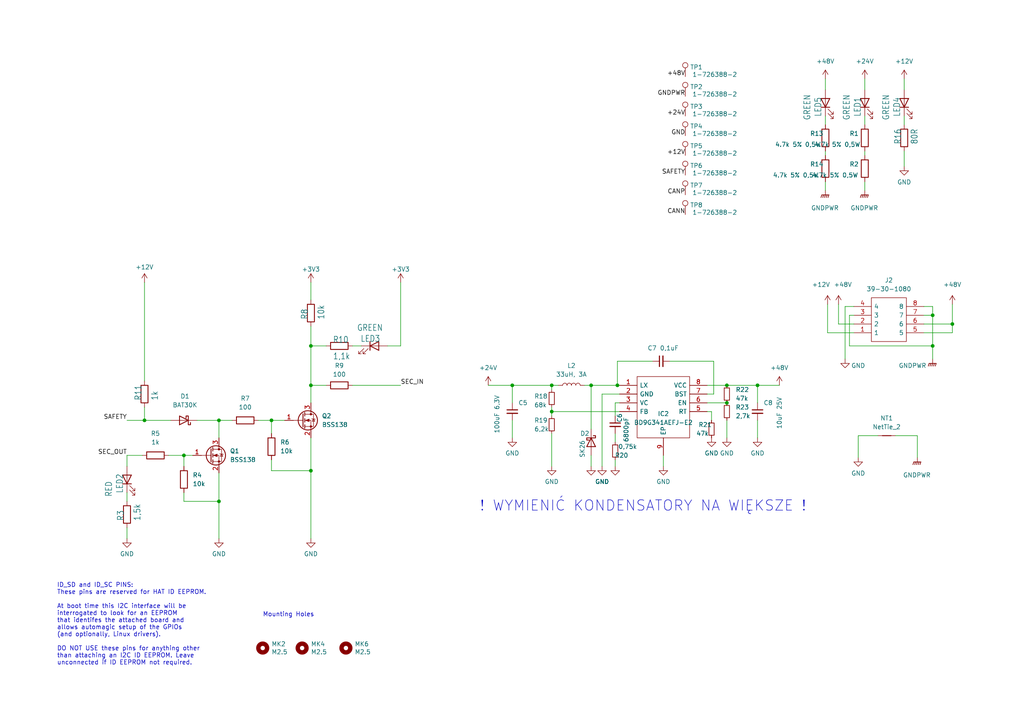
<source format=kicad_sch>
(kicad_sch (version 20211123) (generator eeschema)
  (paper "A4")
  (title_block (date "15 nov 2012"))
  (lib_symbols
    (symbol "39-30-1080:39-30-1080" (pin_names (offset 0.762))
      (property "Reference" "J" (at 16.51 7.62 0))
      (property "Value" "39-30-1080" (at 16.51 5.08 0))
      (symbol "39-30-1080_0_0"
        (pin passive line (at 0 -7.62 0) (length 5.08) (name "1") (number "1"))
        (pin passive line (at 0 -5.08 0) (length 5.08) (name "2") (number "2"))
        (pin passive line (at 0 -2.54 0) (length 5.08) (name "3") (number "3"))
        (pin passive line (at 0 0 0) (length 5.08) (name "4") (number "4"))
        (pin passive line (at 20.32 -7.62 180) (length 5.08) (name "5") (number "5"))
        (pin passive line (at 20.32 -5.08 180) (length 5.08) (name "6") (number "6"))
        (pin passive line (at 20.32 -2.54 180) (length 5.08) (name "7") (number "7"))
        (pin passive line (at 20.32 0 180) (length 5.08) (name "8") (number "8"))
      )
    )
    (symbol "BD9G341AEFJ-E2:BD9G341AEFJ-E2" (pin_names (offset 0.762))
      (property "Reference" "IC" (at 21.59 7.62 0))
      (property "Value" "BD9G341AEFJ-E2" (at 21.59 5.08 0))
      (symbol "BD9G341AEFJ-E2_0_0"
        (pin passive line (at 0 0 0) (length 5.08) (name "LX") (number "1"))
        (pin passive line (at 0 -2.54 0) (length 5.08) (name "GND") (number "2"))
        (pin passive line (at 0 -5.08 0) (length 5.08) (name "VC") (number "3"))
        (pin passive line (at 0 -7.62 0) (length 5.08) (name "FB") (number "4"))
        (pin passive line (at 25.4 -7.62 180) (length 5.08) (name "RT") (number "5"))
        (pin passive line (at 25.4 -5.08 180) (length 5.08) (name "EN") (number "6"))
        (pin passive line (at 25.4 -2.54 180) (length 5.08) (name "BST") (number "7"))
        (pin passive line (at 25.4 0 180) (length 5.08) (name "VCC") (number "8"))
        (pin passive line (at 12.7 -20.32 90) (length 5.08) (name "EP") (number "9"))
      )
    )
    (symbol "Connector:DB9_Male_MountingHoles" (pin_names (offset 1.016) hide)
      (property "Reference" "J" (at 0 16.51 0))
      (property "Value" "DB9_Male_MountingHoles" (at 0 14.605 0))
      (symbol "DB9_Male_MountingHoles_1_1"
        (pin passive line (at 0 -15.24 90) (length 3.81) (name "PAD") (number "0"))
        (pin passive line (at -7.62 -10.16 0) (length 3.81) (name "1") (number "1"))
        (pin passive line (at -7.62 -5.08 0) (length 3.81) (name "2") (number "2"))
        (pin passive line (at -7.62 0 0) (length 3.81) (name "3") (number "3"))
        (pin passive line (at -7.62 5.08 0) (length 3.81) (name "4") (number "4"))
        (pin passive line (at -7.62 10.16 0) (length 3.81) (name "5") (number "5"))
        (pin passive line (at -7.62 -7.62 0) (length 3.81) (name "6") (number "6"))
        (pin passive line (at -7.62 -2.54 0) (length 3.81) (name "7") (number "7"))
        (pin passive line (at -7.62 2.54 0) (length 3.81) (name "8") (number "8"))
        (pin passive line (at -7.62 7.62 0) (length 3.81) (name "9") (number "9"))
      )
    )
    (symbol "Connector:TestPoint" (pin_numbers hide) (pin_names (offset 0.762) hide)
      (property "Reference" "TP" (at 0 6.858 0))
      (property "Value" "TestPoint" (at 0 5.08 0))
      (symbol "TestPoint_1_1"
        (pin passive line (at 0 0 90) (length 2.54) (name "1") (number "1"))
      )
    )
    (symbol "Connector_Generic:Conn_02x08_Odd_Even" (pin_names (offset 1.016) hide)
      (property "Reference" "J" (at 1.27 10.16 0))
      (property "Value" "Conn_02x08_Odd_Even" (at 1.27 -12.7 0))
      (symbol "Conn_02x08_Odd_Even_1_1"
        (pin passive line (at -5.08 7.62 0) (length 3.81) (name "Pin_1") (number "1"))
        (pin passive line (at 7.62 -2.54 180) (length 3.81) (name "Pin_10") (number "10"))
        (pin passive line (at -5.08 -5.08 0) (length 3.81) (name "Pin_11") (number "11"))
        (pin passive line (at 7.62 -5.08 180) (length 3.81) (name "Pin_12") (number "12"))
        (pin passive line (at -5.08 -7.62 0) (length 3.81) (name "Pin_13") (number "13"))
        (pin passive line (at 7.62 -7.62 180) (length 3.81) (name "Pin_14") (number "14"))
        (pin passive line (at -5.08 -10.16 0) (length 3.81) (name "Pin_15") (number "15"))
        (pin passive line (at 7.62 -10.16 180) (length 3.81) (name "Pin_16") (number "16"))
        (pin passive line (at 7.62 7.62 180) (length 3.81) (name "Pin_2") (number "2"))
        (pin passive line (at -5.08 5.08 0) (length 3.81) (name "Pin_3") (number "3"))
        (pin passive line (at 7.62 5.08 180) (length 3.81) (name "Pin_4") (number "4"))
        (pin passive line (at -5.08 2.54 0) (length 3.81) (name "Pin_5") (number "5"))
        (pin passive line (at 7.62 2.54 180) (length 3.81) (name "Pin_6") (number "6"))
        (pin passive line (at -5.08 0 0) (length 3.81) (name "Pin_7") (number "7"))
        (pin passive line (at 7.62 0 180) (length 3.81) (name "Pin_8") (number "8"))
        (pin passive line (at -5.08 -2.54 0) (length 3.81) (name "Pin_9") (number "9"))
      )
    )
    (symbol "Connector_Generic:Conn_02x15_Odd_Even" (pin_names (offset 1.016) hide)
      (property "Reference" "J" (at 1.27 20.32 0))
      (property "Value" "Conn_02x15_Odd_Even" (at 1.27 -20.32 0))
      (symbol "Conn_02x15_Odd_Even_1_1"
        (pin passive line (at -5.08 17.78 0) (length 3.81) (name "Pin_1") (number "1"))
        (pin passive line (at 7.62 7.62 180) (length 3.81) (name "Pin_10") (number "10"))
        (pin passive line (at -5.08 5.08 0) (length 3.81) (name "Pin_11") (number "11"))
        (pin passive line (at 7.62 5.08 180) (length 3.81) (name "Pin_12") (number "12"))
        (pin passive line (at -5.08 2.54 0) (length 3.81) (name "Pin_13") (number "13"))
        (pin passive line (at 7.62 2.54 180) (length 3.81) (name "Pin_14") (number "14"))
        (pin passive line (at -5.08 0 0) (length 3.81) (name "Pin_15") (number "15"))
        (pin passive line (at 7.62 0 180) (length 3.81) (name "Pin_16") (number "16"))
        (pin passive line (at -5.08 -2.54 0) (length 3.81) (name "Pin_17") (number "17"))
        (pin passive line (at 7.62 -2.54 180) (length 3.81) (name "Pin_18") (number "18"))
        (pin passive line (at -5.08 -5.08 0) (length 3.81) (name "Pin_19") (number "19"))
        (pin passive line (at 7.62 17.78 180) (length 3.81) (name "Pin_2") (number "2"))
        (pin passive line (at 7.62 -5.08 180) (length 3.81) (name "Pin_20") (number "20"))
        (pin passive line (at -5.08 -7.62 0) (length 3.81) (name "Pin_21") (number "21"))
        (pin passive line (at 7.62 -7.62 180) (length 3.81) (name "Pin_22") (number "22"))
        (pin passive line (at -5.08 -10.16 0) (length 3.81) (name "Pin_23") (number "23"))
        (pin passive line (at 7.62 -10.16 180) (length 3.81) (name "Pin_24") (number "24"))
        (pin passive line (at -5.08 -12.7 0) (length 3.81) (name "Pin_25") (number "25"))
        (pin passive line (at 7.62 -12.7 180) (length 3.81) (name "Pin_26") (number "26"))
        (pin passive line (at -5.08 -15.24 0) (length 3.81) (name "Pin_27") (number "27"))
        (pin passive line (at 7.62 -15.24 180) (length 3.81) (name "Pin_28") (number "28"))
        (pin passive line (at -5.08 -17.78 0) (length 3.81) (name "Pin_29") (number "29"))
        (pin passive line (at -5.08 15.24 0) (length 3.81) (name "Pin_3") (number "3"))
        (pin passive line (at 7.62 -17.78 180) (length 3.81) (name "Pin_30") (number "30"))
        (pin passive line (at 7.62 15.24 180) (length 3.81) (name "Pin_4") (number "4"))
        (pin passive line (at -5.08 12.7 0) (length 3.81) (name "Pin_5") (number "5"))
        (pin passive line (at 7.62 12.7 180) (length 3.81) (name "Pin_6") (number "6"))
        (pin passive line (at -5.08 10.16 0) (length 3.81) (name "Pin_7") (number "7"))
        (pin passive line (at 7.62 10.16 180) (length 3.81) (name "Pin_8") (number "8"))
        (pin passive line (at -5.08 7.62 0) (length 3.81) (name "Pin_9") (number "9"))
      )
    )
    (symbol "Device:C" (pin_numbers hide) (pin_names (offset 0.254))
      (property "Reference" "C" (at 0.635 2.54 0))
      (property "Value" "C" (at 0.635 -2.54 0))
      (symbol "C_1_1"
        (pin passive line (at 0 3.81 270) (length 2.794) (name "~") (number "1"))
        (pin passive line (at 0 -3.81 90) (length 2.794) (name "~") (number "2"))
      )
    )
    (symbol "Device:C_Small" (pin_numbers hide) (pin_names (offset 0.254) hide)
      (property "Reference" "C" (at 0.254 1.778 0))
      (property "Value" "C_Small" (at 0.254 -2.032 0))
      (symbol "C_Small_1_1"
        (pin passive line (at 0 2.54 270) (length 2.032) (name "~") (number "1"))
        (pin passive line (at 0 -2.54 90) (length 2.032) (name "~") (number "2"))
      )
    )
    (symbol "Device:D_Schottky" (pin_numbers hide) (pin_names (offset 1.016) hide)
      (property "Reference" "D" (at 0 2.54 0))
      (property "Value" "D_Schottky" (at 0 -2.54 0))
      (symbol "D_Schottky_1_1"
        (pin passive line (at -3.81 0 0) (length 2.54) (name "K") (number "1"))
        (pin passive line (at 3.81 0 180) (length 2.54) (name "A") (number "2"))
      )
    )
    (symbol "Device:L" (pin_numbers hide) (pin_names (offset 1.016) hide)
      (property "Reference" "L" (at -1.27 0 90))
      (property "Value" "L" (at 1.905 0 90))
      (symbol "L_1_1"
        (pin passive line (at 0 3.81 270) (length 1.27) (name "1") (number "1"))
        (pin passive line (at 0 -3.81 90) (length 1.27) (name "2") (number "2"))
      )
    )
    (symbol "Device:LED" (pin_numbers hide) (pin_names (offset 1.016) hide)
      (property "Reference" "D" (at 0 2.54 0))
      (property "Value" "LED" (at 0 -2.54 0))
      (symbol "LED_1_1"
        (pin passive line (at -3.81 0 0) (length 2.54) (name "K") (number "1"))
        (pin passive line (at 3.81 0 180) (length 2.54) (name "A") (number "2"))
      )
    )
    (symbol "Device:NetTie_2" (pin_numbers hide) (pin_names (offset 0) hide)
      (property "Reference" "NT" (at 0 1.27 0))
      (property "Value" "NetTie_2" (at 0 -1.27 0))
      (symbol "NetTie_2_1_1"
        (pin passive line (at -2.54 0 0) (length 2.54) (name "1") (number "1"))
        (pin passive line (at 2.54 0 180) (length 2.54) (name "2") (number "2"))
      )
    )
    (symbol "Device:R" (pin_numbers hide) (pin_names (offset 0))
      (property "Reference" "R" (at 2.032 0 90))
      (property "Value" "R" (at 0 0 90))
      (symbol "R_1_1"
        (pin passive line (at 0 3.81 270) (length 1.27) (name "~") (number "1"))
        (pin passive line (at 0 -3.81 90) (length 1.27) (name "~") (number "2"))
      )
    )
    (symbol "Device:R_Small" (pin_numbers hide) (pin_names (offset 0.254) hide)
      (property "Reference" "R" (at 0.762 0.508 0))
      (property "Value" "R_Small" (at 0.762 -1.016 0))
      (symbol "R_Small_1_1"
        (pin passive line (at 0 2.54 270) (length 0.762) (name "~") (number "1"))
        (pin passive line (at 0 -2.54 90) (length 0.762) (name "~") (number "2"))
      )
    )
    (symbol "Interface_CAN_LIN:TCAN332G"
      (property "Reference" "U" (at -10.16 8.89 0))
      (property "Value" "TCAN332G" (at 2.54 8.89 0))
      (symbol "TCAN332G_1_1"
        (pin input line (at -12.7 5.08 0) (length 2.54) (name "TXD") (number "1"))
        (pin power_in line (at 0 -10.16 90) (length 2.54) (name "GND") (number "2"))
        (pin power_in line (at 0 10.16 270) (length 2.54) (name "VCC") (number "3"))
        (pin tri_state line (at -12.7 2.54 0) (length 2.54) (name "RXD") (number "4"))
        (pin no_connect line (at -10.16 -2.54 0) (length 2.54) hide (name "NC") (number "5"))
        (pin bidirectional line (at 12.7 -2.54 180) (length 2.54) (name "CANL") (number "6"))
        (pin bidirectional line (at 12.7 2.54 180) (length 2.54) (name "CANH") (number "7"))
        (pin no_connect line (at -10.16 -5.08 0) (length 2.54) hide (name "NC") (number "8"))
      )
    )
    (symbol "Mechanical:MountingHole" (pin_names (offset 1.016))
      (property "Reference" "H" (at 0 5.08 0))
      (property "Value" "MountingHole" (at 0 3.175 0))
    )
    (symbol "SN75LBC179AD:SN75LBC179AD" (pin_names (offset 1.016))
      (property "Reference" "U" (at -12.7 11.1506 0))
      (property "Value" "SN75LBC179AD" (at -12.7 -14.1478 0))
      (symbol "SN75LBC179AD_0_0"
        (pin power_in line (at 17.78 7.62 180) (length 5.08) (name "VCC") (number "1"))
        (pin output line (at 17.78 2.54 180) (length 5.08) (name "R") (number "2"))
        (pin input line (at -17.78 -2.54 0) (length 5.08) (name "D") (number "3"))
        (pin power_in line (at 17.78 -7.62 180) (length 5.08) (name "GND") (number "4"))
        (pin output line (at 17.78 0 180) (length 5.08) (name "Y") (number "5"))
        (pin output line (at 17.78 -2.54 180) (length 5.08) (name "Z") (number "6"))
        (pin input line (at -17.78 0 0) (length 5.08) (name "B") (number "7"))
        (pin input line (at -17.78 2.54 0) (length 5.08) (name "A") (number "8"))
      )
    )
    (symbol "Transistor_FET:BSS138" (pin_names hide)
      (property "Reference" "Q" (at 5.08 1.905 0))
      (property "Value" "BSS138" (at 5.08 0 0))
      (symbol "BSS138_1_1"
        (pin input line (at -5.08 0 0) (length 2.54) (name "G") (number "1"))
        (pin passive line (at 2.54 -5.08 90) (length 2.54) (name "S") (number "2"))
        (pin passive line (at 2.54 5.08 270) (length 2.54) (name "D") (number "3"))
      )
    )
    (symbol "power:+12V" (power) (pin_names (offset 0))
      (property "Value" "+12V" (at 0 3.556 0))
      (symbol "+12V_1_1"
        (pin power_in line (at 0 0 90) (length 0) hide (name "+12V") (number "1"))
      )
    )
    (symbol "power:+24V" (power) (pin_names (offset 0))
      (property "Value" "+24V" (at 0 3.556 0))
      (symbol "+24V_1_1"
        (pin power_in line (at 0 0 90) (length 0) hide (name "+24V") (number "1"))
      )
    )
    (symbol "power:+3.3V" (power) (pin_names (offset 0))
      (property "Value" "+3.3V" (at 0 3.556 0))
      (symbol "+3.3V_1_1"
        (pin power_in line (at 0 0 90) (length 0) hide (name "+3V3") (number "1"))
      )
    )
    (symbol "power:+3V3" (power) (pin_names (offset 0))
      (property "Value" "+3V3" (at 0 3.556 0))
      (symbol "+3V3_1_1"
        (pin power_in line (at 0 0 90) (length 0) hide (name "+3V3") (number "1"))
      )
    )
    (symbol "power:+48V" (power) (pin_names (offset 0))
      (property "Value" "+48V" (at 0 3.556 0))
      (symbol "+48V_1_1"
        (pin power_in line (at 0 0 90) (length 0) hide (name "+48V") (number "1"))
      )
    )
    (symbol "power:+5V" (power) (pin_names (offset 0))
      (property "Value" "+5V" (at 0 3.556 0))
      (symbol "+5V_1_1"
        (pin power_in line (at 0 0 90) (length 0) hide (name "+5V") (number "1"))
      )
    )
    (symbol "power:GND" (power) (pin_names (offset 0))
      (property "Value" "GND" (at 0 -3.81 0))
      (symbol "GND_1_1"
        (pin power_in line (at 0 0 270) (length 0) hide (name "GND") (number "1"))
      )
    )
    (symbol "power:GNDPWR" (power) (pin_names (offset 0))
      (property "Value" "GNDPWR" (at 0 -3.302 0))
      (symbol "GNDPWR_1_1"
        (pin power_in line (at 0 0 270) (length 0) hide (name "GNDPWR") (number "1"))
      )
    )
  )
  (junction (at -93.345 74.93))
  (junction (at 148.59 111.76))
  (junction (at 63.5 145.415))
  (junction (at -53.975 13.335))
  (junction (at 90.17 100.33))
  (junction (at -93.345 90.17))
  (junction (at 53.34 132.08))
  (junction (at 160.02 119.38))
  (junction (at 90.17 111.76))
  (junction (at 41.91 121.92))
  (junction (at 88.265 -34.29))
  (junction (at 78.74 121.92))
  (junction (at 179.07 111.76))
  (junction (at 171.45 111.76))
  (junction (at 90.17 136.525))
  (junction (at 219.71 111.76))
  (junction (at -53.975 -38.1))
  (junction (at -93.345 85.09))
  (junction (at 270.51 91.44))
  (junction (at 63.5 121.92))
  (junction (at -93.345 80.01))
  (junction (at 210.82 116.84))
  (junction (at 270.51 100.33))
  (junction (at 276.225 93.98))
  (junction (at 210.82 111.76))
  (junction (at 160.02 111.76))
  (no_connect (at 55.88 -46.99))
  (no_connect (at 55.88 -24.13))
  (no_connect (at 55.88 -36.83))
  (no_connect (at 71.755 -46.99))
  (no_connect (at 43.18 -24.13))
  (no_connect (at 43.18 -26.67))
  (no_connect (at 55.88 -31.75))
  (no_connect (at 55.88 -49.53))
  (no_connect (at 84.455 -44.45))
  (no_connect (at 43.18 -16.51))
  (no_connect (at 55.88 -29.21))
  (no_connect (at 71.755 -39.37))
  (no_connect (at 71.755 -36.83))
  (no_connect (at 71.755 -49.53))
  (no_connect (at 43.18 -34.29))
  (no_connect (at 55.88 -26.67))
  (no_connect (at 71.755 -41.91))
  (no_connect (at 43.18 -19.05))
  (no_connect (at 43.18 -13.97))
  (no_connect (at 84.455 -46.99))
  (no_connect (at 55.88 -44.45))
  (no_connect (at 43.18 -29.21))
  (no_connect (at 84.455 -49.53))
  (no_connect (at 71.755 -34.29))
  (no_connect (at 55.88 -41.91))
  (no_connect (at 55.88 -39.37))
  (no_connect (at 43.18 -31.75))
  (no_connect (at 71.755 -44.45))
  (no_connect (at 55.88 -34.29))
  (no_connect (at 71.755 -31.75))
  (no_connect (at 43.18 -21.59))
  (wire (pts (xy -53.975 40.005) (xy -53.975 43.18)))
  (wire (pts (xy 243.205 88.265) (xy 243.205 93.98)))
  (wire (pts (xy 248.92 126.365) (xy 248.92 132.715)))
  (wire (pts (xy 102.235 100.33) (xy 104.775 100.33)))
  (wire (pts (xy 53.34 145.415) (xy 63.5 145.415)))
  (wire (pts (xy 219.71 111.76) (xy 219.71 116.84)))
  (wire (pts (xy 178.435 116.84) (xy 178.435 120.65)))
  (wire (pts (xy 239.395 43.815) (xy 239.395 45.085)))
  (wire (pts (xy 239.395 33.655) (xy 239.395 36.195)))
  (wire (pts (xy 99.06 -31.75) (xy 84.455 -31.75)))
  (wire (pts (xy 246.38 100.33) (xy 270.51 100.33)))
  (wire (pts (xy -53.975 13.335) (xy -53.975 19.685)))
  (wire (pts (xy 171.45 111.76) (xy 171.45 124.46)))
  (wire (pts (xy 250.825 33.655) (xy 250.825 36.195)))
  (wire (pts (xy 179.07 111.76) (xy 171.45 111.76)))
  (wire (pts (xy 246.38 91.44) (xy 246.38 100.33)))
  (wire (pts (xy 57.15 121.92) (xy 63.5 121.92)))
  (wire (pts (xy 179.705 116.84) (xy 178.435 116.84)))
  (wire (pts (xy -104.775 90.17) (xy -93.345 90.17)))
  (wire (pts (xy 63.5 121.92) (xy 63.5 127)))
  (wire (pts (xy 53.34 132.08) (xy 55.88 132.08)))
  (wire (pts (xy 160.02 125.73) (xy 160.02 135.255)))
  (wire (pts (xy 247.65 91.44) (xy 246.38 91.44)))
  (wire (pts (xy 270.51 100.33) (xy 270.51 104.14)))
  (wire (pts (xy -31.115 87.63) (xy -27.94 87.63)))
  (wire (pts (xy 36.83 121.92) (xy 41.91 121.92)))
  (wire (pts (xy 90.17 94.615) (xy 90.17 100.33)))
  (wire (pts (xy -93.345 80.01) (xy -104.775 80.01)))
  (wire (pts (xy 207.01 104.775) (xy 194.31 104.775)))
  (wire (pts (xy 276.225 93.98) (xy 276.225 96.52)))
  (wire (pts (xy -53.975 6.985) (xy -53.975 13.335)))
  (wire (pts (xy -81.915 13.335) (xy -81.915 20.955)))
  (wire (pts (xy 48.895 132.08) (xy 53.34 132.08)))
  (wire (pts (xy -28.575 67.31) (xy -28.575 72.39)))
  (wire (pts (xy 78.74 133.35) (xy 78.74 136.525)))
  (wire (pts (xy 240.03 88.265) (xy 240.03 96.52)))
  (wire (pts (xy -103.505 77.47) (xy -104.775 77.47)))
  (wire (pts (xy 178.435 125.73) (xy 178.435 128.27)))
  (wire (pts (xy 41.91 118.11) (xy 41.91 121.92)))
  (wire (pts (xy 245.11 104.14) (xy 245.11 88.9)))
  (wire (pts (xy -112.395 95.25) (xy -112.395 97.79)))
  (wire (pts (xy -53.975 -11.43) (xy -53.975 -8.255)))
  (wire (pts (xy -86.36 74.93) (xy -93.345 74.93)))
  (wire (pts (xy 55.88 -21.59) (xy 64.135 -21.59)))
  (wire (pts (xy 239.395 52.705) (xy 239.395 55.245)))
  (wire (pts (xy 33.02 -36.83) (xy 33.02 -7.62)))
  (wire (pts (xy 93.345 -54.61) (xy 93.345 -39.37)))
  (wire (pts (xy 63.5 121.92) (xy 67.31 121.92)))
  (wire (pts (xy 267.97 93.98) (xy 276.225 93.98)))
  (wire (pts (xy -93.345 90.17) (xy -86.36 90.17)))
  (wire (pts (xy 160.02 111.76) (xy 160.02 113.03)))
  (wire (pts (xy 207.01 114.3) (xy 207.01 104.775)))
  (wire (pts (xy 226.06 111.76) (xy 219.71 111.76)))
  (wire (pts (xy 84.455 -41.91) (xy 88.265 -41.91)))
  (wire (pts (xy 189.23 104.775) (xy 179.07 104.775)))
  (wire (pts (xy 267.97 91.44) (xy 270.51 91.44)))
  (wire (pts (xy 102.235 111.76) (xy 116.205 111.76)))
  (wire (pts (xy 267.97 96.52) (xy 276.225 96.52)))
  (wire (pts (xy 36.83 153.035) (xy 36.83 156.21)))
  (wire (pts (xy 239.395 22.86) (xy 239.395 26.035)))
  (wire (pts (xy 63.5 145.415) (xy 63.5 156.21)))
  (wire (pts (xy 206.375 119.38) (xy 206.375 121.92)))
  (wire (pts (xy 41.91 81.915) (xy 41.91 110.49)))
  (wire (pts (xy -93.345 74.93) (xy -104.775 74.93)))
  (wire (pts (xy -86.36 80.01) (xy -93.345 80.01)))
  (wire (pts (xy 247.65 93.98) (xy 243.205 93.98)))
  (wire (pts (xy 205.105 116.84) (xy 210.82 116.84)))
  (wire (pts (xy -53.975 -38.1) (xy -53.975 -31.75)))
  (wire (pts (xy 36.83 132.08) (xy 36.83 135.255)))
  (wire (pts (xy 78.74 136.525) (xy 90.17 136.525)))
  (wire (pts (xy 178.435 133.35) (xy 178.435 135.255)))
  (wire (pts (xy 41.91 121.92) (xy 49.53 121.92)))
  (wire (pts (xy -53.975 13.335) (xy -66.675 13.335)))
  (wire (pts (xy 266.065 126.365) (xy 266.065 132.715)))
  (wire (pts (xy 250.825 43.815) (xy 250.825 45.085)))
  (wire (pts (xy 171.45 132.08) (xy 171.45 135.255)))
  (wire (pts (xy 192.405 132.08) (xy 192.405 135.255)))
  (wire (pts (xy 259.715 126.365) (xy 266.065 126.365)))
  (wire (pts (xy -74.295 -38.1) (xy -81.915 -38.1)))
  (wire (pts (xy 90.17 81.915) (xy 90.17 86.995)))
  (wire (pts (xy 84.455 -36.83) (xy 88.265 -36.83)))
  (wire (pts (xy 240.03 96.52) (xy 247.65 96.52)))
  (wire (pts (xy 179.07 104.775) (xy 179.07 111.76)))
  (wire (pts (xy -74.295 13.335) (xy -81.915 13.335)))
  (wire (pts (xy 210.82 121.92) (xy 210.82 127)))
  (wire (pts (xy 90.17 111.76) (xy 94.615 111.76)))
  (wire (pts (xy 169.545 111.76) (xy 171.45 111.76)))
  (wire (pts (xy 160.02 119.38) (xy 179.705 119.38)))
  (wire (pts (xy 219.71 111.76) (xy 210.82 111.76)))
  (wire (pts (xy -53.975 -44.45) (xy -53.975 -38.1)))
  (wire (pts (xy 74.93 121.92) (xy 78.74 121.92)))
  (wire (pts (xy 99.06 -54.61) (xy 99.06 -31.75)))
  (wire (pts (xy -104.775 85.09) (xy -93.345 85.09)))
  (wire (pts (xy 160.02 111.76) (xy 161.925 111.76)))
  (wire (pts (xy 262.255 33.655) (xy 262.255 36.195)))
  (wire (pts (xy 148.59 121.92) (xy 148.59 127)))
  (wire (pts (xy 250.825 52.705) (xy 250.825 55.245)))
  (wire (pts (xy 210.82 111.76) (xy 205.105 111.76)))
  (wire (pts (xy 262.255 22.86) (xy 262.255 26.035)))
  (wire (pts (xy 179.705 111.76) (xy 179.07 111.76)))
  (wire (pts (xy 205.105 114.3) (xy 207.01 114.3)))
  (wire (pts (xy 90.17 136.525) (xy 90.17 156.21)))
  (wire (pts (xy -93.345 85.09) (xy -86.36 85.09)))
  (wire (pts (xy 84.455 -34.29) (xy 88.265 -34.29)))
  (wire (pts (xy -104.775 69.85) (xy -95.25 69.85)))
  (wire (pts (xy 78.74 121.92) (xy 78.74 125.73)))
  (wire (pts (xy -81.915 -38.1) (xy -81.915 -30.48)))
  (wire (pts (xy 174.625 114.3) (xy 174.625 135.255)))
  (wire (pts (xy 245.11 88.9) (xy 247.65 88.9)))
  (wire (pts (xy 116.205 81.915) (xy 116.205 100.33)))
  (wire (pts (xy 270.51 88.9) (xy 267.97 88.9)))
  (wire (pts (xy 112.395 100.33) (xy 116.205 100.33)))
  (wire (pts (xy 148.59 111.76) (xy 160.02 111.76)))
  (wire (pts (xy 160.02 118.11) (xy 160.02 119.38)))
  (wire (pts (xy 148.59 111.76) (xy 148.59 116.84)))
  (wire (pts (xy 78.74 121.92) (xy 82.55 121.92)))
  (wire (pts (xy 53.34 132.08) (xy 53.34 135.255)))
  (wire (pts (xy 219.71 121.92) (xy 219.71 127)))
  (wire (pts (xy 64.135 -21.59) (xy 64.135 -7.62)))
  (wire (pts (xy 90.17 100.33) (xy 90.17 111.76)))
  (wire (pts (xy 254.635 126.365) (xy 248.92 126.365)))
  (wire (pts (xy 88.265 -36.83) (xy 88.265 -34.29)))
  (wire (pts (xy 205.105 119.38) (xy 206.375 119.38)))
  (wire (pts (xy -53.975 -38.1) (xy -66.675 -38.1)))
  (wire (pts (xy 270.51 88.9) (xy 270.51 91.44)))
  (wire (pts (xy 250.825 22.86) (xy 250.825 26.035)))
  (wire (pts (xy 90.17 127) (xy 90.17 136.525)))
  (wire (pts (xy 43.18 -36.83) (xy 33.02 -36.83)))
  (wire (pts (xy -103.505 72.39) (xy -104.775 72.39)))
  (wire (pts (xy 63.5 137.16) (xy 63.5 145.415)))
  (wire (pts (xy -27.94 87.63) (xy -27.94 92.075)))
  (wire (pts (xy 262.255 43.815) (xy 262.255 48.26)))
  (wire (pts (xy 88.265 -54.61) (xy 88.265 -41.91)))
  (wire (pts (xy 276.225 88.265) (xy 276.225 93.98)))
  (wire (pts (xy 90.17 100.33) (xy 94.615 100.33)))
  (wire (pts (xy 88.265 -34.29) (xy 88.265 -27.305)))
  (wire (pts (xy 36.83 142.875) (xy 36.83 145.415)))
  (wire (pts (xy 174.625 114.3) (xy 179.705 114.3)))
  (wire (pts (xy 84.455 -39.37) (xy 93.345 -39.37)))
  (wire (pts (xy 160.02 119.38) (xy 160.02 120.65)))
  (wire (pts (xy 270.51 91.44) (xy 270.51 100.33)))
  (wire (pts (xy -31.115 72.39) (xy -28.575 72.39)))
  (wire (pts (xy -95.25 69.85) (xy -95.25 97.79)))
  (wire (pts (xy 36.83 132.08) (xy 41.275 132.08)))
  (wire (pts (xy 53.34 142.875) (xy 53.34 145.415)))
  (wire (pts (xy 90.17 111.76) (xy 90.17 116.84)))
  (wire (pts (xy 141.605 111.76) (xy 148.59 111.76)))
  (text "ID_SD and ID_SC PINS:\nThese pins are reserved for HAT ID EEPROM.\n\nAt boot time this I2C interface will be\ninterrogated to look for an EEPROM\nthat identifes the attached board and\nallows automagic setup of the GPIOs\n(and optionally, Linux drivers).\n\nDO NOT USE these pins for anything other\nthan attaching an I2C ID EEPROM. Leave\nunconnected if ID EEPROM not required." (at 16.51 193.04 0) (effects (font (size 1.27 1.27)) (justify left bottom)))
  (text "! WYMIENIĆ KONDENSATORY NA WIĘKSZE !" (at 139.065 148.59 0) (effects (font (size 3 3)) (justify left bottom)))
  (text "Mounting Holes" (at 76.2 179.07 0) (effects (font (size 1.27 1.27)) (justify left bottom)))
  (label "GND" (at 198.755 39.37 180))
  (label "+24V" (at 198.755 33.655 180))
  (label "RX+" (at -86.36 74.93 0))
  (label "CAN_RX" (at -66.675 27.305 180))
  (label "CANP" (at -41.275 27.305 0))
  (label "SAFETY" (at 198.755 50.8 180))
  (label "CAN2P" (at -41.275 -24.13 0))
  (label "SEC_IN" (at 43.18 -41.91 180))
  (label "TX+" (at -86.36 90.17 0))
  (label "+12V" (at 198.755 45.085 180))
  (label "TX" (at -66.675 82.55 180))
  (label "CAN_TX" (at 55.88 -16.51 0))
  (label "TX-" (at -86.36 85.09 0))
  (label "CAN2_RX" (at -66.675 -24.13 180))
  (label "CAN2N" (at -103.505 72.39 0))
  (label "CAN2_TX" (at -66.675 -26.67 180))
  (label "+48V" (at 198.755 22.225 180))
  (label "CANN" (at -41.275 32.385 0))
  (label "SEC_OUT" (at 43.18 -39.37 180))
  (label "RX+" (at -66.675 77.47 180))
  (label "TX-" (at -31.115 82.55 0))
  (label "CAN2P" (at -103.505 77.47 0))
  (label "RX-" (at -66.675 80.01 180))
  (label "TX+" (at -31.115 80.01 0))
  (label "TX" (at 43.18 -44.45 180))
  (label "GNDPWR" (at 198.755 27.94 180))
  (label "CANP" (at 198.755 56.515 180))
  (label "CAN_TX" (at -66.675 24.765 180))
  (label "CAN2N" (at -41.275 -19.05 0))
  (label "RX-" (at -86.36 80.01 0))
  (label "RX" (at -31.115 77.47 0))
  (label "SEC_IN" (at 116.205 111.76 0))
  (label "SEC_OUT" (at 36.83 132.08 180))
  (label "SAFETY" (at 36.83 121.92 180))
  (label "SAFETY" (at -104.775 82.55 0))
  (label "CAN_RX" (at 55.88 -19.05 0))
  (label "CANN" (at 198.755 62.23 180))
  (label "RX" (at 43.18 -46.99 180))
  (symbol (lib_id "Mechanical:MountingHole") (at 76.2 187.96 0) (unit 1)
    (property "Reference" "MK2" (at 78.74 186.7916 0) (effects (justify left)))
    (property "Value" "M2.5" (at 78.74 189.103 0) (effects (justify left)))
    (property "Footprint" "footprints:MountingHole_2.7mm_M2.5" (effects hide))
  )
  (symbol (lib_id "Mechanical:MountingHole") (at 87.63 187.96 0) (unit 1)
    (property "Reference" "MK4" (at 90.17 186.7916 0) (effects (justify left)))
    (property "Value" "M2.5" (at 90.17 189.103 0) (effects (justify left)))
    (property "Footprint" "footprints:MountingHole_2.7mm_M2.5" (effects hide))
  )
  (symbol (lib_id "power:GNDPWR") (at 266.065 132.715 0) (unit 1)
    (property "Reference" "#PWR019" (effects hide))
    (property "Value" "GNDPWR" (at 265.938 137.795 0))
  )
  (symbol (lib_id "Device:C") (at -70.485 13.335 270) (unit 1)
    (property "Reference" "C1" (at -75.311 11.811 0) (effects (font (size 1.778 1.5113)) (justify right top)))
    (property "Value" "100 nF" (at -72.771 12.446 0) (effects (font (size 1.778 1.5113)) (justify right top)))
    (property "Footprint" "footprints:C_0603_1608Metric_Pad1.08x0.95mm_HandSolder" (effects hide))
  )
  (symbol (lib_id "power:GNDPWR") (at 239.395 55.245 0) (unit 1)
    (property "Reference" "#PWR0107" (effects hide))
    (property "Value" "GNDPWR" (at 239.268 60.325 0))
  )
  (symbol (lib_id "Device:R") (at 262.255 40.005 0) (unit 1)
    (property "Reference" "R16" (at 261.3914 41.91 90) (effects (font (size 1.778 1.5113)) (justify left bottom)))
    (property "Value" "80R" (at 266.192 41.91 90) (effects (font (size 1.778 1.5113)) (justify left bottom)))
    (property "Footprint" "footprints:R_0603_1608Metric_Pad0.98x0.95mm_HandSolder" (effects hide))
  )
  (symbol (lib_id "BD9G341AEFJ-E2:BD9G341AEFJ-E2") (at 179.705 111.76 0) (unit 1)
    (property "Reference" "IC2" (at 192.405 120.015 0))
    (property "Value" "BD9G341AEFJ-E2" (at 192.405 122.555 0))
    (property "Footprint" "ARM_NUCLEO_HAT:SOIC127P600X100-9N" (effects hide))
    (property "Description" "Buck Converter,Adj,3A,HTSOP-J8 ROHM BD9G341AEFJ-E2, Buck Converter, 3A, Adjustable, Minimum of 1 V, 8-Pin HTSOP-J" (effects hide))
    (property "Height" "1" (effects hide))
    (property "Mouser Part Number" "755-BD9G341AEFJ-E2" (effects hide))
    (property "Mouser Price/Stock" "https://www.mouser.co.uk/ProductDetail/ROHM-Semiconductor/BD9G341AEFJ-E2?qs=QAyGIF%2FqoJ3bpHaAdhZZ7Q%3D%3D" (effects hide))
    (property "Manufacturer_Name" "ROHM Semiconductor" (effects hide))
    (property "Manufacturer_Part_Number" "BD9G341AEFJ-E2" (effects hide))
  )
  (symbol (lib_id "power:+3V3") (at 116.205 81.915 0) (unit 1)
    (property "Reference" "#PWR013" (effects hide))
    (property "Value" "+3V3" (at 116.205 78.105 0))
  )
  (symbol (lib_id "power:GND") (at 174.625 135.255 0) (mirror y) (unit 1)
    (property "Reference" "#PWR025" (effects hide))
    (property "Value" "GND" (at 174.625 139.7 0))
  )
  (symbol (lib_id "Device:R") (at 45.085 132.08 90) (unit 1)
    (property "Reference" "R5" (at 45.085 125.73 90))
    (property "Value" "1k" (at 45.085 128.27 90))
    (property "Footprint" "footprints:R_0603_1608Metric_Pad0.98x0.95mm_HandSolder" (effects hide))
  )
  (symbol (lib_id "power:GND") (at -27.94 92.075 0) (unit 1)
    (property "Reference" "#PWR0104" (effects hide))
    (property "Value" "GND" (at -27.94 96.6376 0))
  )
  (symbol (lib_id "Device:R") (at 250.825 48.895 180) (unit 1)
    (property "Reference" "R2" (at 246.38 47.6249 0) (effects (justify right)))
    (property "Value" "4.7k 5% 0,5W" (at 235.585 50.7999 0) (effects (justify right)))
    (property "Footprint" "footprints:R_0805_2012Metric_Pad1.20x1.40mm_HandSolder" (effects hide))
  )
  (symbol (lib_id "Connector:TestPoint") (at 198.755 33.655 0) (unit 1)
    (property "Reference" "TP3" (at 200.1521 30.905 0) (effects (justify left)))
    (property "Value" "1-726388-2" (at 200.7871 33.0451 0) (effects (justify left)))
    (property "Footprint" "ARM_NUCLEO_HAT:61-1537-11-0031" (effects hide))
  )
  (symbol (lib_id "Connector_Generic:Conn_02x15_Odd_Even") (at 48.26 -31.75 0) (unit 1)
    (property "Reference" "CN9" (at 49.53 -54.61 0))
    (property "Value" "Conn_02x15" (at 49.53 -52.07 0))
    (property "Footprint" "footprints:PinSocket_2x15_P2.54mm_Vertical" (effects hide))
  )
  (symbol (lib_id "Connector:TestPoint") (at 198.755 50.8 0) (unit 1)
    (property "Reference" "TP6" (at 200.1521 48.05 0) (effects (justify left)))
    (property "Value" "1-726388-2" (at 200.7871 50.1901 0) (effects (justify left)))
    (property "Footprint" "ARM_NUCLEO_HAT:61-1537-11-0031" (effects hide))
  )
  (symbol (lib_id "Device:R") (at 41.91 114.3 0) (unit 1)
    (property "Reference" "R11" (at 41.0464 116.205 90) (effects (font (size 1.778 1.5113)) (justify left bottom)))
    (property "Value" "1k" (at 45.847 116.205 90) (effects (font (size 1.778 1.5113)) (justify left bottom)))
    (property "Footprint" "footprints:R_0603_1608Metric_Pad0.98x0.95mm_HandSolder" (effects hide))
  )
  (symbol (lib_id "power:+5V") (at -28.575 67.31 0) (unit 1)
    (property "Reference" "#PWR0105" (effects hide))
    (property "Value" "+5V" (at -28.575 61.595 0))
  )
  (symbol (lib_id "Connector_Generic:Conn_02x08_Odd_Even") (at 76.835 -41.91 0) (unit 1)
    (property "Reference" "CN8" (at 78.105 -54.61 0))
    (property "Value" "Conn_02x08" (at 78.105 -52.705 0))
    (property "Footprint" "footprints:PinSocket_2x08_P2.54mm_Vertical" (effects hide))
  )
  (symbol (lib_id "power:GND") (at -53.975 43.18 0) (unit 1)
    (property "Reference" "#PWR016" (effects hide))
    (property "Value" "GND" (at -53.975 47.7426 0))
  )
  (symbol (lib_id "power:GND") (at 63.5 156.21 0) (unit 1)
    (property "Reference" "#PWR010" (effects hide))
    (property "Value" "GND" (at 63.5 160.655 0))
  )
  (symbol (lib_id "power:GND") (at 64.135 -7.62 0) (unit 1)
    (property "Reference" "#PWR0114" (effects hide))
    (property "Value" "GND" (at 64.135 -1.905 0))
  )
  (symbol (lib_id "power:GND") (at 192.405 135.255 0) (mirror y) (unit 1)
    (property "Reference" "#PWR027" (effects hide))
    (property "Value" "GND" (at 192.405 139.7 0))
  )
  (symbol (lib_id "Device:R") (at 239.395 40.005 180) (unit 1)
    (property "Reference" "R13" (at 234.95 38.7349 0) (effects (justify right)))
    (property "Value" "4.7k 5% 0,5W" (at 224.79 41.9099 0) (effects (justify right)))
    (property "Footprint" "footprints:R_0805_2012Metric_Pad1.20x1.40mm_HandSolder" (effects hide))
  )
  (symbol (lib_id "power:GND") (at 178.435 135.255 0) (mirror y) (unit 1)
    (property "Reference" "#PWR026" (effects hide))
    (property "Value" "GND" (at 174.625 139.7 0))
  )
  (symbol (lib_id "power:GND") (at 206.375 127 0) (mirror y) (unit 1)
    (property "Reference" "#PWR028" (effects hide))
    (property "Value" "GND" (at 206.375 131.445 0))
  )
  (symbol (lib_id "Device:R_Small") (at -93.345 87.63 0) (unit 1)
    (property "Reference" "R15" (at -91.44 86.36 0) (effects (justify left)))
    (property "Value" "120" (at -92.075 88.9 0) (effects (justify left)))
    (property "Footprint" "footprints:R_0603_1608Metric_Pad0.98x0.95mm_HandSolder" (effects hide))
  )
  (symbol (lib_id "Device:D_Schottky") (at 53.34 121.92 180) (unit 1)
    (property "Reference" "D1" (at 53.6575 114.935 0))
    (property "Value" "BAT30K" (at 53.6575 117.475 0))
    (property "Footprint" "footprints:D_0603_1608Metric_Pad1.05x0.95mm_HandSolder" (effects hide))
  )
  (symbol (lib_id "Transistor_FET:BSS138") (at 87.63 121.92 0) (unit 1)
    (property "Reference" "Q2" (at 93.345 120.6499 0) (effects (justify left)))
    (property "Value" "BSS138" (at 93.345 123.1899 0) (effects (justify left)))
    (property "Footprint" "footprints:SOT-23" (effects hide))
    (property "Datasheet" "https://www.onsemi.com/pub/Collateral/BSS138-D.PDF" (effects hide))
  )
  (symbol (lib_id "power:GND") (at -53.975 -8.255 0) (unit 1)
    (property "Reference" "#PWR021" (effects hide))
    (property "Value" "GND" (at -53.975 -3.6924 0))
  )
  (symbol (lib_id "Device:LED") (at 262.255 29.845 90) (unit 1)
    (property "Reference" "LED4" (at 261.112 33.909 0) (effects (font (size 1.778 1.5113)) (justify left bottom)))
    (property "Value" "GREEN" (at 257.937 34.925 0) (effects (font (size 1.778 1.5113)) (justify left bottom)))
    (property "Footprint" "footprints:D_0603_1608Metric_Pad1.05x0.95mm_HandSolder" (effects hide))
  )
  (symbol (lib_id "power:GND") (at 219.71 127 0) (mirror y) (unit 1)
    (property "Reference" "#PWR030" (effects hide))
    (property "Value" "GND" (at 219.71 131.445 0))
  )
  (symbol (lib_id "power:+12V") (at 240.03 88.265 0) (unit 1)
    (property "Reference" "#PWR0108" (effects hide))
    (property "Value" "+12V" (at 238.125 82.55 0))
  )
  (symbol (lib_id "Interface_CAN_LIN:TCAN332G") (at -53.975 -21.59 0) (unit 1)
    (property "Reference" "U3" (at -51.435 -32.1606 0))
    (property "Value" "TCAN332G" (at -61.595 -31.9255 0))
    (property "Footprint" "footprints:SO-8_3.9x4.9mm_P1.27mm" (effects hide))
    (property "Datasheet" "http://www.ti.com/lit/ds/symlink/tcan337.pdf" (effects hide))
  )
  (symbol (lib_id "Connector:DB9_Male_MountingHoles") (at -112.395 80.01 0) (mirror y) (unit 1)
    (property "Reference" "J1" (at -112.395 61.595 0))
    (property "Value" "DB9_Male_MountingHoles" (at -112.395 64.135 0))
    (property "Footprint" "footprints:DSUB-9_Male_Horizontal_P2.77x2.84mm_EdgePinOffset7.70mm_Housed_MountingHolesOffset9.12mm" (effects hide))
    (property "Datasheet" " ~" (effects hide))
  )
  (symbol (lib_id "Device:R") (at 71.12 121.92 90) (unit 1)
    (property "Reference" "R7" (at 71.12 115.57 90))
    (property "Value" "100" (at 71.12 118.11 90))
    (property "Footprint" "footprints:R_0603_1608Metric_Pad0.98x0.95mm_HandSolder" (effects hide))
  )
  (symbol (lib_id "Interface_CAN_LIN:TCAN332G") (at -53.975 29.845 0) (unit 1)
    (property "Reference" "U2" (at -51.435 19.2744 0))
    (property "Value" "TCAN332G" (at -61.595 19.5095 0))
    (property "Footprint" "footprints:SO-8_3.9x4.9mm_P1.27mm" (effects hide))
    (property "Datasheet" "http://www.ti.com/lit/ds/symlink/tcan337.pdf" (effects hide))
  )
  (symbol (lib_id "Device:C_Small") (at 191.77 104.775 90) (mirror x) (unit 1)
    (property "Reference" "C7" (at 190.4999 100.965 90) (effects (justify left)))
    (property "Value" "0,1uF" (at 196.8499 100.965 90) (effects (justify left)))
    (property "Footprint" "footprints:C_0603_1608Metric_Pad1.08x0.95mm_HandSolder" (effects hide))
  )
  (symbol (lib_id "Device:C_Small") (at 178.435 123.19 0) (mirror y) (unit 1)
    (property "Reference" "C6" (at 179.705 122.5549 90) (effects (justify left)))
    (property "Value" "6800pF" (at 181.61 128.2699 90) (effects (justify left)))
    (property "Footprint" "footprints:C_0603_1608Metric_Pad1.08x0.95mm_HandSolder" (effects hide))
  )
  (symbol (lib_id "power:GND") (at 36.83 156.21 0) (unit 1)
    (property "Reference" "#PWR09" (effects hide))
    (property "Value" "GND" (at 36.83 160.655 0))
  )
  (symbol (lib_id "Device:R_Small") (at -93.345 77.47 0) (unit 1)
    (property "Reference" "R12" (at -91.44 76.2 0) (effects (justify left)))
    (property "Value" "120" (at -92.075 78.74 0) (effects (justify left)))
    (property "Footprint" "footprints:R_0603_1608Metric_Pad0.98x0.95mm_HandSolder" (effects hide))
  )
  (symbol (lib_id "power:+3.3V") (at 88.265 -54.61 0) (unit 1)
    (property "Reference" "#PWR0111" (effects hide))
    (property "Value" "+3.3V" (at 86.995 -58.42 0))
  )
  (symbol (lib_id "power:GND") (at -95.25 97.79 0) (mirror y) (unit 1)
    (property "Reference" "#PWR08" (effects hide))
    (property "Value" "GND" (at -95.25 102.235 0))
  )
  (symbol (lib_id "power:+3V3") (at -53.975 6.985 0) (unit 1)
    (property "Reference" "#PWR015" (effects hide))
    (property "Value" "+3V3" (at -53.975 3.175 0))
  )
  (symbol (lib_id "Device:R") (at 53.34 139.065 0) (unit 1)
    (property "Reference" "R4" (at 55.88 137.7949 0) (effects (justify left)))
    (property "Value" "10k" (at 55.88 140.3349 0) (effects (justify left)))
    (property "Footprint" "footprints:R_0603_1608Metric_Pad0.98x0.95mm_HandSolder" (effects hide))
  )
  (symbol (lib_id "Device:D_Schottky") (at 171.45 128.27 270) (unit 1)
    (property "Reference" "D2" (at 168.275 125.73 90) (effects (justify left)))
    (property "Value" "SK26" (at 168.91 127.635 0) (effects (justify left)))
    (property "Footprint" "footprints:D_SMB_Handsoldering" (effects hide))
  )
  (symbol (lib_id "Connector:TestPoint") (at 198.755 45.085 0) (unit 1)
    (property "Reference" "TP5" (at 200.1521 42.335 0) (effects (justify left)))
    (property "Value" "1-726388-2" (at 200.7871 44.4751 0) (effects (justify left)))
    (property "Footprint" "ARM_NUCLEO_HAT:61-1537-11-0031" (effects hide))
  )
  (symbol (lib_id "Device:R") (at 239.395 48.895 180) (unit 1)
    (property "Reference" "R14" (at 234.95 47.6249 0) (effects (justify right)))
    (property "Value" "4.7k 5% 0,5W" (at 224.155 50.7999 0) (effects (justify right)))
    (property "Footprint" "footprints:R_0805_2012Metric_Pad1.20x1.40mm_HandSolder" (effects hide))
  )
  (symbol (lib_id "power:+3V3") (at 90.17 81.915 0) (unit 1)
    (property "Reference" "#PWR011" (effects hide))
    (property "Value" "+3V3" (at 90.17 78.105 0))
  )
  (symbol (lib_id "power:+12V") (at 262.255 22.86 0) (unit 1)
    (property "Reference" "#PWR022" (effects hide))
    (property "Value" "+12V" (at 262.255 17.78 0))
  )
  (symbol (lib_id "Device:R_Small") (at 178.435 130.81 180) (unit 1)
    (property "Reference" "R20" (at 182.245 132.0801 0) (effects (justify left)))
    (property "Value" "0,75k" (at 184.785 129.5401 0) (effects (justify left)))
    (property "Footprint" "footprints:R_0603_1608Metric_Pad0.98x0.95mm_HandSolder" (effects hide))
  )
  (symbol (lib_id "power:+48V") (at 226.06 111.76 0) (unit 1)
    (property "Reference" "#PWR031" (effects hide))
    (property "Value" "+48V" (at 226.06 106.68 0))
  )
  (symbol (lib_id "39-30-1080:39-30-1080") (at 247.65 88.9 0) (unit 1)
    (property "Reference" "J2" (at 257.81 81.28 0))
    (property "Value" "39-30-1080" (at 257.81 83.82 0))
    (property "Footprint" "ARM_NUCLEO_HAT:39301080" (effects hide))
    (property "Datasheet" "https://datasheet.datasheetarchive.com/originals/distributors/Datasheets-AE/DSA3AE0000416.pdf" (effects hide))
    (property "Description" "Molex MINI-FIT JR. Series, Series Number 5569, 4.2mm Pitch 8 Way 2 Row Right Angle PCB Header, Solder Termination, 7A" (effects hide))
    (property "Height" "9" (effects hide))
    (property "Mouser Part Number" "538-39-30-1080" (effects hide))
    (property "Mouser Price/Stock" "https://www.mouser.co.uk/ProductDetail/Molex/39-30-1080?qs=tRPrwvvr%2FuiZl%252BsjwLcglw%3D%3D" (effects hide))
    (property "Manufacturer_Name" "Molex" (effects hide))
    (property "Manufacturer_Part_Number" "39-30-1080" (effects hide))
  )
  (symbol (lib_id "power:GND") (at 171.45 135.255 0) (mirror y) (unit 1)
    (property "Reference" "#PWR04" (effects hide))
    (property "Value" "GND" (at 174.625 139.7 0))
  )
  (symbol (lib_id "Connector:TestPoint") (at 198.755 56.515 0) (unit 1)
    (property "Reference" "TP7" (at 200.1521 53.765 0) (effects (justify left)))
    (property "Value" "1-726388-2" (at 200.7871 55.9051 0) (effects (justify left)))
    (property "Footprint" "ARM_NUCLEO_HAT:61-1537-11-0031" (effects hide))
  )
  (symbol (lib_id "Device:LED") (at 108.585 100.33 0) (unit 1)
    (property "Reference" "LED3" (at 104.521 99.187 0) (effects (font (size 1.778 1.5113)) (justify left bottom)))
    (property "Value" "GREEN" (at 103.505 96.012 0) (effects (font (size 1.778 1.5113)) (justify left bottom)))
    (property "Footprint" "footprints:D_0603_1608Metric_Pad1.05x0.95mm_HandSolder" (effects hide))
  )
  (symbol (lib_id "power:GND") (at 148.59 127 0) (mirror y) (unit 1)
    (property "Reference" "#PWR02" (effects hide))
    (property "Value" "GND" (at 148.59 131.445 0))
  )
  (symbol (lib_id "Device:C_Small") (at 148.59 119.38 0) (mirror y) (unit 1)
    (property "Reference" "C5" (at 153.035 116.8399 0) (effects (justify left)))
    (property "Value" "100uF 6,3V" (at 144.145 125.7299 90) (effects (justify left)))
    (property "Footprint" "footprints:C_1206_3216Metric_Pad1.33x1.80mm_HandSolder" (effects hide))
  )
  (symbol (lib_id "Device:R") (at 250.825 40.005 180) (unit 1)
    (property "Reference" "R1" (at 246.38 38.7349 0) (effects (justify right)))
    (property "Value" "4.7k 5% 0,5W" (at 236.22 41.9099 0) (effects (justify right)))
    (property "Footprint" "footprints:R_0805_2012Metric_Pad1.20x1.40mm_HandSolder" (effects hide))
  )
  (symbol (lib_id "Device:R_Small") (at 160.02 123.19 0) (unit 1)
    (property "Reference" "R19" (at 154.94 121.92 0) (effects (justify left)))
    (property "Value" "6,2k" (at 154.94 124.46 0) (effects (justify left)))
    (property "Footprint" "footprints:R_0603_1608Metric_Pad0.98x0.95mm_HandSolder" (effects hide))
  )
  (symbol (lib_id "power:GND") (at -81.915 20.955 0) (unit 1)
    (property "Reference" "#PWR014" (effects hide))
    (property "Value" "GND" (at -81.915 25.5176 0))
  )
  (symbol (lib_id "Device:NetTie_2") (at 257.175 126.365 0) (unit 1)
    (property "Reference" "NT1" (at 257.175 121.285 0))
    (property "Value" "NetTie_2" (at 257.175 123.825 0))
    (property "Footprint" "footprints:NetTie-2_SMD_Pad0.5mm" (effects hide))
  )
  (symbol (lib_id "power:GND") (at -81.915 -30.48 0) (unit 1)
    (property "Reference" "#PWR017" (effects hide))
    (property "Value" "GND" (at -81.915 -25.9174 0))
  )
  (symbol (lib_id "power:GND") (at 262.255 48.26 0) (unit 1)
    (property "Reference" "#PWR023" (effects hide))
    (property "Value" "GND" (at 262.255 52.8226 0))
  )
  (symbol (lib_id "Device:LED") (at 250.825 29.845 90) (unit 1)
    (property "Reference" "LED1" (at 249.682 33.909 0) (effects (font (size 1.778 1.5113)) (justify left bottom)))
    (property "Value" "GREEN" (at 246.507 34.925 0) (effects (font (size 1.778 1.5113)) (justify left bottom)))
    (property "Footprint" "footprints:D_0603_1608Metric_Pad1.05x0.95mm_HandSolder" (effects hide))
  )
  (symbol (lib_id "Connector:TestPoint") (at 198.755 62.23 0) (unit 1)
    (property "Reference" "TP8" (at 200.1521 59.48 0) (effects (justify left)))
    (property "Value" "1-726388-2" (at 200.7871 61.6201 0) (effects (justify left)))
    (property "Footprint" "ARM_NUCLEO_HAT:61-1537-11-0031" (effects hide))
  )
  (symbol (lib_id "Transistor_FET:BSS138") (at 60.96 132.08 0) (unit 1)
    (property "Reference" "Q1" (at 66.675 130.8099 0) (effects (justify left)))
    (property "Value" "BSS138" (at 66.675 133.3499 0) (effects (justify left)))
    (property "Footprint" "footprints:SOT-23" (effects hide))
    (property "Datasheet" "https://www.onsemi.com/pub/Collateral/BSS138-D.PDF" (effects hide))
  )
  (symbol (lib_id "Device:R") (at 90.17 90.805 0) (unit 1)
    (property "Reference" "R8" (at 89.3064 92.71 90) (effects (font (size 1.778 1.5113)) (justify left bottom)))
    (property "Value" "10k" (at 94.107 92.71 90) (effects (font (size 1.778 1.5113)) (justify left bottom)))
    (property "Footprint" "footprints:R_0603_1608Metric_Pad0.98x0.95mm_HandSolder" (effects hide))
  )
  (symbol (lib_id "Device:L") (at 165.735 111.76 90) (unit 1)
    (property "Reference" "L2" (at 165.735 106.045 90))
    (property "Value" "33uH, 3A" (at 165.735 108.585 90))
    (property "Footprint" "ARM_NUCLEO_HAT:MPEV1D1040L330" (effects hide))
    (property "Field4" "https://www.digikey.com/en/products/detail/w%C3%BCrth-elektronik/744773118/1638662" (effects hide))
  )
  (symbol (lib_id "power:GND") (at 33.02 -7.62 0) (unit 1)
    (property "Reference" "#PWR0115" (effects hide))
    (property "Value" "GND" (at 33.02 -1.905 0))
  )
  (symbol (lib_id "Connector:TestPoint") (at 198.755 39.37 0) (unit 1)
    (property "Reference" "TP4" (at 200.1521 36.62 0) (effects (justify left)))
    (property "Value" "1-726388-2" (at 200.7871 38.7601 0) (effects (justify left)))
    (property "Footprint" "ARM_NUCLEO_HAT:61-1537-11-0031" (effects hide))
  )
  (symbol (lib_id "power:+5V") (at 93.345 -54.61 0) (unit 1)
    (property "Reference" "#PWR0112" (effects hide))
    (property "Value" "+5V" (at 93.98 -58.42 0))
  )
  (symbol (lib_id "power:GND") (at 90.17 156.21 0) (unit 1)
    (property "Reference" "#PWR012" (effects hide))
    (property "Value" "GND" (at 90.17 160.655 0))
  )
  (symbol (lib_id "Device:R_Small") (at 210.82 119.38 0) (unit 1)
    (property "Reference" "R23" (at 213.36 118.1099 0) (effects (justify left)))
    (property "Value" "2,7k" (at 213.36 120.6499 0) (effects (justify left)))
    (property "Footprint" "footprints:R_0603_1608Metric_Pad0.98x0.95mm_HandSolder" (effects hide))
  )
  (symbol (lib_id "power:GND") (at -112.395 97.79 0) (mirror y) (unit 1)
    (property "Reference" "#PWR0106" (effects hide))
    (property "Value" "GND" (at -112.395 102.235 0))
  )
  (symbol (lib_id "Device:R") (at 36.83 149.225 0) (unit 1)
    (property "Reference" "R3" (at 35.9664 151.13 90) (effects (font (size 1.778 1.5113)) (justify left bottom)))
    (property "Value" "1,5k" (at 40.767 151.13 90) (effects (font (size 1.778 1.5113)) (justify left bottom)))
    (property "Footprint" "footprints:R_0603_1608Metric_Pad0.98x0.95mm_HandSolder" (effects hide))
  )
  (symbol (lib_id "power:+12V") (at 99.06 -54.61 0) (unit 1)
    (property "Reference" "#PWR05" (effects hide))
    (property "Value" "+12V" (at 99.06 -58.42 0))
  )
  (symbol (lib_id "Connector:TestPoint") (at 198.755 22.225 0) (unit 1)
    (property "Reference" "TP1" (at 200.1521 19.475 0) (effects (justify left)))
    (property "Value" "1-726388-2" (at 200.7871 21.6151 0) (effects (justify left)))
    (property "Footprint" "ARM_NUCLEO_HAT:61-1537-11-0031" (effects hide))
  )
  (symbol (lib_id "Device:C_Small") (at 219.71 119.38 0) (mirror y) (unit 1)
    (property "Reference" "C8" (at 224.155 116.8399 0) (effects (justify left)))
    (property "Value" "10uF 25V" (at 226.06 124.4599 90) (effects (justify left)))
    (property "Footprint" "footprints:C_0603_1608Metric_Pad1.08x0.95mm_HandSolder" (effects hide))
  )
  (symbol (lib_id "Device:R") (at 98.425 111.76 90) (unit 1)
    (property "Reference" "R9" (at 98.425 106.045 90))
    (property "Value" "100" (at 98.425 108.585 90))
    (property "Footprint" "footprints:R_0603_1608Metric_Pad0.98x0.95mm_HandSolder" (effects hide))
  )
  (symbol (lib_id "power:+48V") (at 276.225 88.265 0) (unit 1)
    (property "Reference" "#PWR0110" (effects hide))
    (property "Value" "+48V" (at 276.225 82.55 0))
  )
  (symbol (lib_id "power:+48V") (at 239.395 22.86 0) (unit 1)
    (property "Reference" "#PWR0101" (effects hide))
    (property "Value" "+48V" (at 239.395 17.78 0))
  )
  (symbol (lib_id "power:+24V") (at 141.605 111.76 0) (unit 1)
    (property "Reference" "#PWR01" (effects hide))
    (property "Value" "+24V" (at 141.605 106.68 0))
  )
  (symbol (lib_id "Device:R_Small") (at 206.375 124.46 0) (unit 1)
    (property "Reference" "R21" (at 202.565 123.1899 0) (effects (justify left)))
    (property "Value" "47k" (at 201.93 125.7299 0) (effects (justify left)))
    (property "Footprint" "footprints:R_0603_1608Metric_Pad0.98x0.95mm_HandSolder" (effects hide))
  )
  (symbol (lib_id "power:+12V") (at 41.91 81.915 0) (unit 1)
    (property "Reference" "#PWR0116" (effects hide))
    (property "Value" "+12V" (at 41.91 77.47 0))
  )
  (symbol (lib_id "Device:R_Small") (at 160.02 115.57 0) (unit 1)
    (property "Reference" "R18" (at 154.94 114.935 0) (effects (justify left)))
    (property "Value" "68k" (at 154.94 117.475 0) (effects (justify left)))
    (property "Footprint" "footprints:R_0603_1608Metric_Pad0.98x0.95mm_HandSolder" (effects hide))
  )
  (symbol (lib_id "Device:R_Small") (at 210.82 114.3 0) (unit 1)
    (property "Reference" "R22" (at 213.36 113.0299 0) (effects (justify left)))
    (property "Value" "47k" (at 213.36 115.5699 0) (effects (justify left)))
    (property "Footprint" "footprints:R_0603_1608Metric_Pad0.98x0.95mm_HandSolder" (effects hide))
  )
  (symbol (lib_id "power:GND") (at 88.265 -27.305 0) (unit 1)
    (property "Reference" "#PWR0113" (effects hide))
    (property "Value" "GND" (at 88.265 -21.59 0))
  )
  (symbol (lib_id "Device:R") (at 78.74 129.54 0) (unit 1)
    (property "Reference" "R6" (at 81.28 128.2699 0) (effects (justify left)))
    (property "Value" "10k" (at 81.28 130.8099 0) (effects (justify left)))
    (property "Footprint" "footprints:R_0603_1608Metric_Pad0.98x0.95mm_HandSolder" (effects hide))
  )
  (symbol (lib_id "Mechanical:MountingHole") (at 100.33 187.96 0) (unit 1)
    (property "Reference" "MK6" (at 102.87 186.7916 0) (effects (justify left)))
    (property "Value" "M2.5" (at 102.87 189.103 0) (effects (justify left)))
    (property "Footprint" "footprints:MountingHole_2.7mm_M2.5" (effects hide))
  )
  (symbol (lib_id "Device:LED") (at 239.395 29.845 90) (unit 1)
    (property "Reference" "LED5" (at 238.252 33.909 0) (effects (font (size 1.778 1.5113)) (justify left bottom)))
    (property "Value" "GREEN" (at 235.077 34.925 0) (effects (font (size 1.778 1.5113)) (justify left bottom)))
    (property "Footprint" "footprints:D_0603_1608Metric_Pad1.05x0.95mm_HandSolder" (effects hide))
  )
  (symbol (lib_id "power:GND") (at 245.11 104.14 0) (unit 1)
    (property "Reference" "#PWR0103" (effects hide))
    (property "Value" "GND" (at 248.92 106.045 0))
  )
  (symbol (lib_id "SN75LBC179AD:SN75LBC179AD") (at -48.895 80.01 0) (unit 1)
    (property "Reference" "U1" (at -48.895 64.135 0))
    (property "Value" "SN75LBC179AD" (at -48.895 66.675 0))
    (property "Footprint" "ARM_NUCLEO_HAT:SOIC127P599X175-8N" (effects hide))
  )
  (symbol (lib_id "Connector:TestPoint") (at 198.755 27.94 0) (unit 1)
    (property "Reference" "TP2" (at 200.1521 25.19 0) (effects (justify left)))
    (property "Value" "1-726388-2" (at 200.7871 27.3301 0) (effects (justify left)))
    (property "Footprint" "ARM_NUCLEO_HAT:61-1537-11-0031" (effects hide))
  )
  (symbol (lib_id "Device:R") (at 98.425 100.33 270) (unit 1)
    (property "Reference" "R10" (at 96.52 99.4664 90) (effects (font (size 1.778 1.5113)) (justify left bottom)))
    (property "Value" "1,1k" (at 96.52 104.267 90) (effects (font (size 1.778 1.5113)) (justify left bottom)))
    (property "Footprint" "footprints:R_0603_1608Metric_Pad0.98x0.95mm_HandSolder" (effects hide))
  )
  (symbol (lib_id "power:+24V") (at 250.825 22.86 0) (unit 1)
    (property "Reference" "#PWR06" (effects hide))
    (property "Value" "+24V" (at 250.825 17.78 0))
  )
  (symbol (lib_id "power:+3V3") (at -53.975 -44.45 0) (unit 1)
    (property "Reference" "#PWR020" (effects hide))
    (property "Value" "+3V3" (at -53.975 -48.26 0))
  )
  (symbol (lib_id "power:+48V") (at 243.205 88.265 0) (unit 1)
    (property "Reference" "#PWR0109" (effects hide))
    (property "Value" "+48V" (at 244.475 82.55 0))
  )
  (symbol (lib_id "Device:C") (at -70.485 -38.1 270) (unit 1)
    (property "Reference" "C2" (at -75.311 -39.624 0) (effects (font (size 1.778 1.5113)) (justify right top)))
    (property "Value" "100 nF" (at -72.771 -38.989 0) (effects (font (size 1.778 1.5113)) (justify right top)))
    (property "Footprint" "footprints:C_0603_1608Metric_Pad1.08x0.95mm_HandSolder" (effects hide))
  )
  (symbol (lib_id "power:GNDPWR") (at 270.51 104.14 0) (unit 1)
    (property "Reference" "#PWR0102" (effects hide))
    (property "Value" "GNDPWR" (at 264.668 106.045 0))
  )
  (symbol (lib_id "Device:LED") (at 36.83 139.065 90) (unit 1)
    (property "Reference" "LED2" (at 35.687 143.129 0) (effects (font (size 1.778 1.5113)) (justify left bottom)))
    (property "Value" "RED" (at 32.512 144.145 0) (effects (font (size 1.778 1.5113)) (justify left bottom)))
    (property "Footprint" "footprints:D_0603_1608Metric_Pad1.05x0.95mm_HandSolder" (effects hide))
  )
  (symbol (lib_id "power:GND") (at 160.02 135.255 0) (mirror y) (unit 1)
    (property "Reference" "#PWR03" (effects hide))
    (property "Value" "GND" (at 160.02 139.7 0))
  )
  (symbol (lib_id "power:GND") (at 210.82 127 0) (mirror y) (unit 1)
    (property "Reference" "#PWR029" (effects hide))
    (property "Value" "GND" (at 210.82 131.445 0))
  )
  (symbol (lib_id "power:GND") (at 248.92 132.715 0) (unit 1)
    (property "Reference" "#PWR018" (effects hide))
    (property "Value" "GND" (at 248.92 137.2776 0))
  )
  (symbol (lib_id "power:GNDPWR") (at 250.825 55.245 0) (unit 1)
    (property "Reference" "#PWR07" (effects hide))
    (property "Value" "GNDPWR" (at 250.698 60.325 0))
  )
)
</source>
